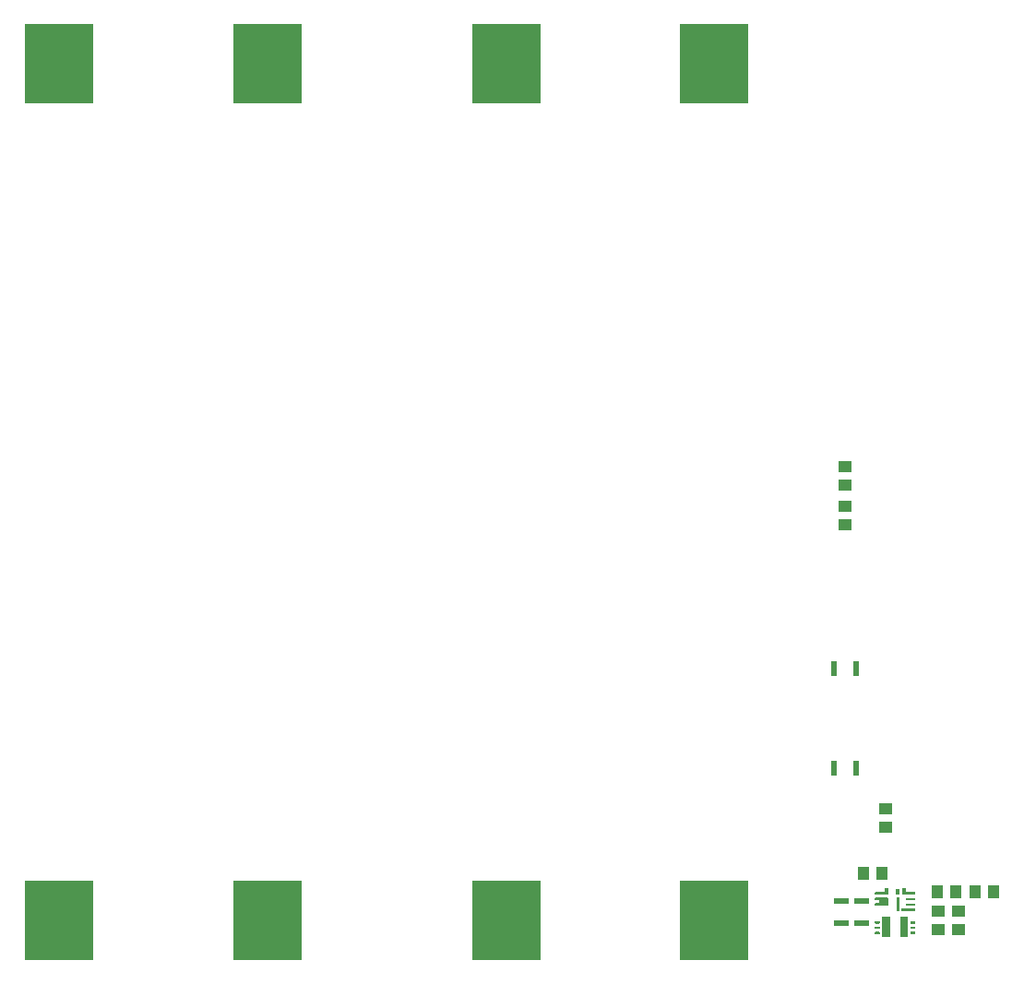
<source format=gbp>
G04*
G04 #@! TF.GenerationSoftware,Altium Limited,Altium Designer,25.2.1 (25)*
G04*
G04 Layer_Color=128*
%FSLAX25Y25*%
%MOIN*%
G70*
G04*
G04 #@! TF.SameCoordinates,2F33FC32-E69D-4905-AB7C-0DFD41B7419D*
G04*
G04*
G04 #@! TF.FilePolarity,Positive*
G04*
G01*
G75*
%ADD26R,0.04700X0.04000*%
%ADD32R,0.05787X0.02441*%
%ADD33R,0.02441X0.05787*%
%ADD34R,0.04000X0.04700*%
G04:AMPARAMS|DCode=86|XSize=31.5mil|YSize=9.84mil|CornerRadius=1.97mil|HoleSize=0mil|Usage=FLASHONLY|Rotation=180.000|XOffset=0mil|YOffset=0mil|HoleType=Round|Shape=RoundedRectangle|*
%AMROUNDEDRECTD86*
21,1,0.03150,0.00591,0,0,180.0*
21,1,0.02756,0.00984,0,0,180.0*
1,1,0.00394,-0.01378,0.00295*
1,1,0.00394,0.01378,0.00295*
1,1,0.00394,0.01378,-0.00295*
1,1,0.00394,-0.01378,-0.00295*
%
%ADD86ROUNDEDRECTD86*%
G04:AMPARAMS|DCode=87|XSize=11.81mil|YSize=21.65mil|CornerRadius=1.95mil|HoleSize=0mil|Usage=FLASHONLY|Rotation=180.000|XOffset=0mil|YOffset=0mil|HoleType=Round|Shape=RoundedRectangle|*
%AMROUNDEDRECTD87*
21,1,0.01181,0.01776,0,0,180.0*
21,1,0.00791,0.02165,0,0,180.0*
1,1,0.00390,-0.00396,0.00888*
1,1,0.00390,0.00396,0.00888*
1,1,0.00390,0.00396,-0.00888*
1,1,0.00390,-0.00396,-0.00888*
%
%ADD87ROUNDEDRECTD87*%
%ADD88R,0.03150X0.00984*%
%ADD92R,0.25000X0.28898*%
G36*
X487173Y30173D02*
X487181D01*
X487193Y30169D01*
X487201D01*
X487213Y30165D01*
X487220Y30161D01*
X487232Y30158D01*
X487240Y30150D01*
X487248Y30146D01*
X487256Y30138D01*
X487264Y30134D01*
X487272Y30126D01*
X487280Y30118D01*
X487287Y30110D01*
X487295Y30102D01*
X487299Y30095D01*
X487307Y30087D01*
X487311Y30079D01*
X487319Y30071D01*
X487323Y30059D01*
X487327Y30051D01*
X487331Y30039D01*
Y30031D01*
X487335Y30020D01*
Y30012D01*
X487339Y30000D01*
Y29992D01*
Y29980D01*
Y29193D01*
Y29173D01*
X487343Y29154D01*
Y29130D01*
X487347Y29110D01*
X487350Y29091D01*
X487358Y29071D01*
X487366Y29051D01*
X487374Y29032D01*
X487382Y29016D01*
X487390Y28996D01*
X487402Y28980D01*
X487413Y28961D01*
X487425Y28945D01*
X487441Y28929D01*
X487453Y28913D01*
X487468Y28902D01*
X487484Y28886D01*
X487500Y28874D01*
X487520Y28862D01*
X487535Y28850D01*
X487555Y28842D01*
X487571Y28835D01*
X487591Y28827D01*
X487610Y28819D01*
X487630Y28811D01*
X487650Y28807D01*
X487669Y28803D01*
X487693D01*
X487713Y28799D01*
X490606D01*
X490618Y28795D01*
X490626D01*
X490638Y28791D01*
X490646D01*
X490658Y28787D01*
X490665Y28784D01*
X490677Y28780D01*
X490685Y28772D01*
X490693Y28768D01*
X490701Y28760D01*
X490709Y28756D01*
X490717Y28748D01*
X490724Y28740D01*
X490732Y28732D01*
X490740Y28724D01*
X490744Y28716D01*
X490752Y28709D01*
X490756Y28701D01*
X490764Y28693D01*
X490768Y28681D01*
X490772Y28673D01*
X490776Y28661D01*
Y28654D01*
X490779Y28642D01*
Y28634D01*
X490784Y28622D01*
Y28614D01*
Y28602D01*
Y28012D01*
Y28000D01*
Y27992D01*
X490779Y27980D01*
Y27972D01*
X490776Y27961D01*
Y27953D01*
X490772Y27941D01*
X490768Y27933D01*
X490764Y27921D01*
X490756Y27913D01*
X490752Y27905D01*
X490744Y27898D01*
X490740Y27890D01*
X490732Y27882D01*
X490724Y27874D01*
X490717Y27866D01*
X490709Y27858D01*
X490701Y27854D01*
X490693Y27847D01*
X490685Y27843D01*
X490677Y27835D01*
X490665Y27831D01*
X490658Y27827D01*
X490646Y27823D01*
X490638D01*
X490626Y27819D01*
X490618D01*
X490606Y27815D01*
X486138D01*
X486126Y27819D01*
X486118D01*
X486106Y27823D01*
X486098D01*
X486087Y27827D01*
X486079Y27831D01*
X486067Y27835D01*
X486059Y27843D01*
X486051Y27847D01*
X486043Y27854D01*
X486035Y27858D01*
X486028Y27866D01*
X486020Y27874D01*
X486012Y27882D01*
X486004Y27890D01*
X486000Y27898D01*
X485992Y27905D01*
X485988Y27913D01*
X485980Y27921D01*
X485976Y27933D01*
X485972Y27941D01*
X485968Y27953D01*
Y27961D01*
X485965Y27972D01*
Y27980D01*
X485961Y27992D01*
Y28000D01*
Y28012D01*
Y29980D01*
Y29992D01*
Y30000D01*
X485965Y30012D01*
Y30020D01*
X485968Y30031D01*
Y30039D01*
X485972Y30051D01*
X485976Y30059D01*
X485980Y30071D01*
X485988Y30079D01*
X485992Y30087D01*
X486000Y30095D01*
X486004Y30102D01*
X486012Y30110D01*
X486020Y30118D01*
X486028Y30126D01*
X486035Y30134D01*
X486043Y30138D01*
X486051Y30146D01*
X486059Y30150D01*
X486067Y30158D01*
X486079Y30161D01*
X486087Y30165D01*
X486098Y30169D01*
X486106D01*
X486118Y30173D01*
X486126D01*
X486138Y30177D01*
X487161D01*
X487173Y30173D01*
D02*
G37*
G36*
X480874D02*
X480882D01*
X480894Y30169D01*
X480902D01*
X480913Y30165D01*
X480921Y30161D01*
X480933Y30158D01*
X480941Y30150D01*
X480949Y30146D01*
X480957Y30138D01*
X480965Y30134D01*
X480972Y30126D01*
X480980Y30118D01*
X480988Y30110D01*
X480996Y30102D01*
X481000Y30095D01*
X481008Y30087D01*
X481012Y30079D01*
X481020Y30071D01*
X481024Y30059D01*
X481028Y30051D01*
X481032Y30039D01*
Y30031D01*
X481035Y30020D01*
Y30012D01*
X481039Y30000D01*
Y29992D01*
Y29980D01*
Y28012D01*
Y28000D01*
Y27992D01*
X481035Y27980D01*
Y27972D01*
X481032Y27961D01*
Y27953D01*
X481028Y27941D01*
X481024Y27933D01*
X481020Y27921D01*
X481012Y27913D01*
X481008Y27905D01*
X481000Y27898D01*
X480996Y27890D01*
X480988Y27882D01*
X480980Y27874D01*
X480972Y27866D01*
X480965Y27858D01*
X480957Y27854D01*
X480949Y27847D01*
X480941Y27843D01*
X480933Y27835D01*
X480921Y27831D01*
X480913Y27827D01*
X480902Y27823D01*
X480894D01*
X480882Y27819D01*
X480874D01*
X480862Y27815D01*
X476394D01*
X476382Y27819D01*
X476374D01*
X476362Y27823D01*
X476354D01*
X476342Y27827D01*
X476335Y27831D01*
X476323Y27835D01*
X476315Y27843D01*
X476307Y27847D01*
X476299Y27854D01*
X476291Y27858D01*
X476284Y27866D01*
X476276Y27874D01*
X476268Y27882D01*
X476260Y27890D01*
X476256Y27898D01*
X476248Y27905D01*
X476244Y27913D01*
X476236Y27921D01*
X476232Y27933D01*
X476228Y27941D01*
X476224Y27953D01*
Y27961D01*
X476221Y27972D01*
Y27980D01*
X476217Y27992D01*
Y28000D01*
Y28012D01*
Y28602D01*
Y28614D01*
Y28622D01*
X476221Y28634D01*
Y28642D01*
X476224Y28654D01*
Y28661D01*
X476228Y28673D01*
X476232Y28681D01*
X476236Y28693D01*
X476244Y28701D01*
X476248Y28709D01*
X476256Y28716D01*
X476260Y28724D01*
X476268Y28732D01*
X476276Y28740D01*
X476284Y28748D01*
X476291Y28756D01*
X476299Y28760D01*
X476307Y28768D01*
X476315Y28772D01*
X476323Y28780D01*
X476335Y28784D01*
X476342Y28787D01*
X476354Y28791D01*
X476362D01*
X476374Y28795D01*
X476382D01*
X476394Y28799D01*
X479287D01*
X479307Y28803D01*
X479331D01*
X479350Y28807D01*
X479370Y28811D01*
X479390Y28819D01*
X479410Y28827D01*
X479429Y28835D01*
X479445Y28842D01*
X479465Y28850D01*
X479480Y28862D01*
X479500Y28874D01*
X479516Y28886D01*
X479531Y28902D01*
X479547Y28913D01*
X479559Y28929D01*
X479575Y28945D01*
X479587Y28961D01*
X479598Y28980D01*
X479610Y28996D01*
X479618Y29016D01*
X479626Y29032D01*
X479634Y29051D01*
X479642Y29071D01*
X479650Y29091D01*
X479654Y29110D01*
X479658Y29130D01*
Y29154D01*
X479661Y29173D01*
Y29193D01*
Y29980D01*
Y29992D01*
Y30000D01*
X479665Y30012D01*
Y30020D01*
X479669Y30031D01*
Y30039D01*
X479673Y30051D01*
X479677Y30059D01*
X479681Y30071D01*
X479689Y30079D01*
X479693Y30087D01*
X479701Y30095D01*
X479705Y30102D01*
X479713Y30110D01*
X479720Y30118D01*
X479728Y30126D01*
X479736Y30134D01*
X479744Y30138D01*
X479752Y30146D01*
X479760Y30150D01*
X479768Y30158D01*
X479779Y30161D01*
X479787Y30165D01*
X479799Y30169D01*
X479807D01*
X479819Y30173D01*
X479827D01*
X479839Y30177D01*
X480862D01*
X480874Y30173D01*
D02*
G37*
G36*
X480776Y26827D02*
X480784D01*
X480795Y26823D01*
X480803D01*
X480815Y26819D01*
X480823Y26815D01*
X480835Y26811D01*
X480842Y26803D01*
X480850Y26799D01*
X480858Y26791D01*
X480866Y26787D01*
X480874Y26779D01*
X480882Y26772D01*
X480890Y26764D01*
X480898Y26756D01*
X480902Y26748D01*
X480909Y26740D01*
X480913Y26732D01*
X480921Y26724D01*
X480925Y26713D01*
X480929Y26705D01*
X480933Y26693D01*
Y26685D01*
X480937Y26673D01*
Y26665D01*
X480941Y26654D01*
Y26646D01*
Y26634D01*
Y24075D01*
Y24063D01*
Y24055D01*
X480937Y24043D01*
Y24035D01*
X480933Y24024D01*
Y24016D01*
X480929Y24004D01*
X480925Y23996D01*
X480921Y23984D01*
X480913Y23976D01*
X480909Y23968D01*
X480902Y23961D01*
X480898Y23953D01*
X480890Y23945D01*
X480882Y23937D01*
X480874Y23929D01*
X480866Y23921D01*
X480858Y23917D01*
X480850Y23910D01*
X480842Y23905D01*
X480835Y23898D01*
X480823Y23894D01*
X480815Y23890D01*
X480803Y23886D01*
X480795D01*
X480784Y23882D01*
X480776D01*
X480764Y23878D01*
X476394D01*
X476382Y23882D01*
X476374D01*
X476362Y23886D01*
X476354D01*
X476342Y23890D01*
X476335Y23894D01*
X476323Y23898D01*
X476315Y23905D01*
X476307Y23910D01*
X476299Y23917D01*
X476291Y23921D01*
X476284Y23929D01*
X476276Y23937D01*
X476268Y23945D01*
X476260Y23953D01*
X476256Y23961D01*
X476248Y23968D01*
X476244Y23976D01*
X476236Y23984D01*
X476232Y23996D01*
X476228Y24004D01*
X476224Y24016D01*
Y24024D01*
X476221Y24035D01*
Y24043D01*
X476217Y24055D01*
Y24063D01*
Y24075D01*
Y24665D01*
Y24677D01*
Y24685D01*
X476221Y24697D01*
Y24705D01*
X476224Y24716D01*
Y24724D01*
X476228Y24736D01*
X476232Y24744D01*
X476236Y24756D01*
X476244Y24764D01*
X476248Y24772D01*
X476256Y24780D01*
X476260Y24787D01*
X476268Y24795D01*
X476276Y24803D01*
X476284Y24811D01*
X476291Y24819D01*
X476299Y24823D01*
X476307Y24831D01*
X476315Y24835D01*
X476323Y24843D01*
X476335Y24847D01*
X476342Y24850D01*
X476354Y24854D01*
X476362D01*
X476374Y24858D01*
X476382D01*
X476394Y24862D01*
X477614D01*
X477626Y24866D01*
X477634D01*
X477646Y24870D01*
X477654D01*
X477665Y24874D01*
X477673Y24878D01*
X477685Y24882D01*
X477693Y24890D01*
X477701Y24894D01*
X477709Y24902D01*
X477716Y24905D01*
X477724Y24913D01*
X477732Y24921D01*
X477740Y24929D01*
X477748Y24937D01*
X477752Y24945D01*
X477760Y24953D01*
X477764Y24961D01*
X477772Y24969D01*
X477776Y24980D01*
X477779Y24988D01*
X477783Y25000D01*
Y25008D01*
X477787Y25020D01*
Y25028D01*
X477791Y25039D01*
Y25047D01*
Y25059D01*
Y25650D01*
Y25661D01*
Y25669D01*
X477787Y25681D01*
Y25689D01*
X477783Y25701D01*
Y25709D01*
X477779Y25721D01*
X477776Y25728D01*
X477772Y25740D01*
X477764Y25748D01*
X477760Y25756D01*
X477752Y25764D01*
X477748Y25772D01*
X477740Y25780D01*
X477732Y25787D01*
X477724Y25795D01*
X477716Y25803D01*
X477709Y25807D01*
X477701Y25815D01*
X477693Y25819D01*
X477685Y25827D01*
X477673Y25831D01*
X477665Y25835D01*
X477654Y25839D01*
X477646D01*
X477634Y25842D01*
X477626D01*
X477614Y25846D01*
X476394D01*
X476382Y25850D01*
X476374D01*
X476362Y25854D01*
X476354D01*
X476342Y25858D01*
X476335Y25862D01*
X476323Y25866D01*
X476315Y25874D01*
X476307Y25878D01*
X476299Y25886D01*
X476291Y25890D01*
X476284Y25898D01*
X476276Y25905D01*
X476268Y25913D01*
X476260Y25921D01*
X476256Y25929D01*
X476248Y25937D01*
X476244Y25945D01*
X476236Y25953D01*
X476232Y25965D01*
X476228Y25972D01*
X476224Y25984D01*
Y25992D01*
X476221Y26004D01*
Y26012D01*
X476217Y26024D01*
Y26032D01*
Y26043D01*
Y26634D01*
Y26646D01*
Y26654D01*
X476221Y26665D01*
Y26673D01*
X476224Y26685D01*
Y26693D01*
X476228Y26705D01*
X476232Y26713D01*
X476236Y26724D01*
X476244Y26732D01*
X476248Y26740D01*
X476256Y26748D01*
X476260Y26756D01*
X476268Y26764D01*
X476276Y26772D01*
X476284Y26779D01*
X476291Y26787D01*
X476299Y26791D01*
X476307Y26799D01*
X476315Y26803D01*
X476323Y26811D01*
X476335Y26815D01*
X476342Y26819D01*
X476354Y26823D01*
X476362D01*
X476374Y26827D01*
X476382D01*
X476394Y26831D01*
X480764D01*
X480776Y26827D01*
D02*
G37*
G36*
X490598Y22894D02*
X490618D01*
X490626Y22890D01*
X490638D01*
X490646Y22886D01*
X490658Y22882D01*
X490665Y22878D01*
X490677Y22874D01*
X490685Y22870D01*
X490693Y22862D01*
X490701Y22858D01*
X490709Y22850D01*
X490717Y22847D01*
X490724Y22839D01*
X490732Y22831D01*
X490740Y22823D01*
X490744Y22815D01*
X490752Y22807D01*
X490756Y22799D01*
X490764Y22787D01*
X490768Y22780D01*
X490772Y22768D01*
X490776Y22760D01*
Y22748D01*
X490779Y22740D01*
Y22728D01*
X490784Y22720D01*
Y22709D01*
Y22697D01*
Y22012D01*
Y22000D01*
Y21988D01*
X490779Y21980D01*
Y21969D01*
X490776Y21961D01*
Y21949D01*
X490772Y21941D01*
X490768Y21929D01*
X490764Y21921D01*
X490756Y21913D01*
X490752Y21902D01*
X490744Y21894D01*
X490740Y21886D01*
X490732Y21878D01*
X490724Y21870D01*
X490717Y21862D01*
X490709Y21858D01*
X490701Y21850D01*
X490693Y21847D01*
X490685Y21839D01*
X490677Y21835D01*
X490665Y21831D01*
X490658Y21827D01*
X490646Y21823D01*
X490638Y21819D01*
X490626D01*
X490618Y21815D01*
X485929D01*
X485921Y21819D01*
X485910D01*
X485902Y21823D01*
X485890Y21827D01*
X485882Y21831D01*
X485870Y21835D01*
X485862Y21839D01*
X485854Y21847D01*
X485847Y21850D01*
X485839Y21858D01*
X485831Y21862D01*
X485823Y21870D01*
X485815Y21878D01*
X485807Y21886D01*
X485803Y21894D01*
X485795Y21902D01*
X485791Y21913D01*
X485783Y21921D01*
X485779Y21929D01*
X485776Y21941D01*
X485772Y21949D01*
Y21961D01*
X485768Y21969D01*
Y21980D01*
X485764Y21988D01*
Y22000D01*
Y22010D01*
Y22012D01*
Y22697D01*
Y22709D01*
Y22720D01*
X485768Y22728D01*
Y22740D01*
X485772Y22748D01*
Y22760D01*
X485776Y22768D01*
X485779Y22780D01*
X485783Y22787D01*
X485791Y22799D01*
X485795Y22807D01*
X485803Y22815D01*
X485807Y22823D01*
X485815Y22831D01*
X485823Y22839D01*
X485831Y22847D01*
X485839Y22850D01*
X485847Y22858D01*
X485854Y22862D01*
X485862Y22870D01*
X485870Y22874D01*
X485882Y22878D01*
X485890Y22882D01*
X485902Y22886D01*
X485910Y22890D01*
X485921D01*
X485929Y22894D01*
X485949D01*
X485961Y22898D01*
X490587D01*
X490598Y22894D01*
D02*
G37*
G36*
X484811Y27024D02*
X484819D01*
X484831Y27020D01*
X484839D01*
X484850Y27016D01*
X484858Y27012D01*
X484870Y27008D01*
X484878Y27000D01*
X484886Y26996D01*
X484894Y26988D01*
X484902Y26984D01*
X484909Y26976D01*
X484917Y26969D01*
X484925Y26961D01*
X484933Y26953D01*
X484937Y26945D01*
X484945Y26937D01*
X484949Y26929D01*
X484957Y26921D01*
X484961Y26909D01*
X484965Y26902D01*
X484969Y26890D01*
Y26882D01*
X484972Y26870D01*
Y26862D01*
X484976Y26850D01*
Y26842D01*
Y26831D01*
Y22008D01*
Y21996D01*
Y21988D01*
X484972Y21976D01*
Y21969D01*
X484969Y21957D01*
Y21949D01*
X484965Y21937D01*
X484961Y21929D01*
X484957Y21917D01*
X484949Y21910D01*
X484945Y21902D01*
X484937Y21894D01*
X484933Y21886D01*
X484925Y21878D01*
X484917Y21870D01*
X484909Y21862D01*
X484902Y21854D01*
X484894Y21850D01*
X484886Y21843D01*
X484878Y21839D01*
X484870Y21831D01*
X484858Y21827D01*
X484850Y21823D01*
X484839Y21819D01*
X484831D01*
X484819Y21815D01*
X484811D01*
X484799Y21811D01*
X484169D01*
X484158Y21815D01*
X484150D01*
X484138Y21819D01*
X484130D01*
X484118Y21823D01*
X484110Y21827D01*
X484098Y21831D01*
X484091Y21839D01*
X484083Y21843D01*
X484075Y21850D01*
X484067Y21854D01*
X484059Y21862D01*
X484051Y21870D01*
X484043Y21878D01*
X484035Y21886D01*
X484031Y21894D01*
X484024Y21902D01*
X484020Y21910D01*
X484012Y21917D01*
X484008Y21929D01*
X484004Y21937D01*
X484000Y21949D01*
Y21957D01*
X483996Y21969D01*
Y21976D01*
X483992Y21988D01*
Y21996D01*
Y22008D01*
Y26831D01*
Y26842D01*
Y26850D01*
X483996Y26862D01*
Y26870D01*
X484000Y26882D01*
Y26890D01*
X484004Y26902D01*
X484008Y26909D01*
X484012Y26921D01*
X484020Y26929D01*
X484024Y26937D01*
X484031Y26945D01*
X484035Y26953D01*
X484043Y26961D01*
X484051Y26969D01*
X484059Y26976D01*
X484067Y26984D01*
X484075Y26988D01*
X484083Y26996D01*
X484091Y27000D01*
X484098Y27008D01*
X484110Y27012D01*
X484118Y27016D01*
X484130Y27020D01*
X484138D01*
X484150Y27024D01*
X484158D01*
X484169Y27028D01*
X484799D01*
X484811Y27024D01*
D02*
G37*
G36*
X490618Y18402D02*
X490626D01*
X490638Y18398D01*
X490646D01*
X490658Y18394D01*
X490665Y18390D01*
X490677Y18386D01*
X490685Y18378D01*
X490693Y18374D01*
X490701Y18366D01*
X490709Y18362D01*
X490717Y18354D01*
X490724Y18347D01*
X490732Y18339D01*
X490740Y18331D01*
X490744Y18323D01*
X490752Y18315D01*
X490756Y18307D01*
X490764Y18299D01*
X490768Y18287D01*
X490772Y18280D01*
X490776Y18268D01*
Y18260D01*
X490779Y18248D01*
Y18240D01*
X490784Y18228D01*
Y18221D01*
Y18209D01*
Y17618D01*
Y17606D01*
Y17598D01*
X490779Y17587D01*
Y17579D01*
X490776Y17567D01*
Y17559D01*
X490772Y17547D01*
X490768Y17539D01*
X490764Y17528D01*
X490756Y17520D01*
X490752Y17512D01*
X490744Y17504D01*
X490740Y17496D01*
X490732Y17488D01*
X490724Y17480D01*
X490717Y17472D01*
X490709Y17465D01*
X490701Y17461D01*
X490693Y17453D01*
X490685Y17449D01*
X490677Y17441D01*
X490665Y17437D01*
X490658Y17433D01*
X490646Y17429D01*
X490638D01*
X490626Y17425D01*
X490618D01*
X490606Y17421D01*
X489189D01*
X489177Y17425D01*
X489169D01*
X489157Y17429D01*
X489150D01*
X489138Y17433D01*
X489130Y17437D01*
X489118Y17441D01*
X489110Y17449D01*
X489102Y17453D01*
X489094Y17461D01*
X489087Y17465D01*
X489079Y17472D01*
X489071Y17480D01*
X489063Y17488D01*
X489055Y17496D01*
X489051Y17504D01*
X489043Y17512D01*
X489039Y17520D01*
X489032Y17528D01*
X489028Y17539D01*
X489024Y17547D01*
X489020Y17559D01*
Y17567D01*
X489016Y17579D01*
Y17587D01*
X489012Y17598D01*
Y17606D01*
Y17618D01*
Y18209D01*
Y18221D01*
Y18228D01*
X489016Y18240D01*
Y18248D01*
X489020Y18260D01*
Y18268D01*
X489024Y18280D01*
X489028Y18287D01*
X489032Y18299D01*
X489039Y18307D01*
X489043Y18315D01*
X489051Y18323D01*
X489055Y18331D01*
X489063Y18339D01*
X489071Y18347D01*
X489079Y18354D01*
X489087Y18362D01*
X489094Y18366D01*
X489102Y18374D01*
X489110Y18378D01*
X489118Y18386D01*
X489130Y18390D01*
X489138Y18394D01*
X489150Y18398D01*
X489157D01*
X489169Y18402D01*
X489177D01*
X489189Y18406D01*
X490606D01*
X490618Y18402D01*
D02*
G37*
G36*
X477823D02*
X477831D01*
X477843Y18398D01*
X477850D01*
X477862Y18394D01*
X477870Y18390D01*
X477882Y18386D01*
X477890Y18378D01*
X477898Y18374D01*
X477906Y18366D01*
X477913Y18362D01*
X477921Y18354D01*
X477929Y18347D01*
X477937Y18339D01*
X477945Y18331D01*
X477949Y18323D01*
X477957Y18315D01*
X477961Y18307D01*
X477969Y18299D01*
X477972Y18287D01*
X477976Y18280D01*
X477980Y18268D01*
Y18260D01*
X477984Y18248D01*
Y18240D01*
X477988Y18228D01*
Y18221D01*
Y18209D01*
Y17618D01*
Y17606D01*
Y17598D01*
X477984Y17587D01*
Y17579D01*
X477980Y17567D01*
Y17559D01*
X477976Y17547D01*
X477972Y17539D01*
X477969Y17528D01*
X477961Y17520D01*
X477957Y17512D01*
X477949Y17504D01*
X477945Y17496D01*
X477937Y17488D01*
X477929Y17480D01*
X477921Y17472D01*
X477913Y17465D01*
X477906Y17461D01*
X477898Y17453D01*
X477890Y17449D01*
X477882Y17441D01*
X477870Y17437D01*
X477862Y17433D01*
X477850Y17429D01*
X477843D01*
X477831Y17425D01*
X477823D01*
X477811Y17421D01*
X476394D01*
X476382Y17425D01*
X476374D01*
X476362Y17429D01*
X476354D01*
X476342Y17433D01*
X476335Y17437D01*
X476323Y17441D01*
X476315Y17449D01*
X476307Y17453D01*
X476299Y17461D01*
X476291Y17465D01*
X476284Y17472D01*
X476276Y17480D01*
X476268Y17488D01*
X476260Y17496D01*
X476256Y17504D01*
X476248Y17512D01*
X476244Y17520D01*
X476236Y17528D01*
X476232Y17539D01*
X476228Y17547D01*
X476224Y17559D01*
Y17567D01*
X476221Y17579D01*
Y17587D01*
X476217Y17598D01*
Y17606D01*
Y17618D01*
Y18209D01*
Y18221D01*
Y18228D01*
X476221Y18240D01*
Y18248D01*
X476224Y18260D01*
Y18268D01*
X476228Y18280D01*
X476232Y18287D01*
X476236Y18299D01*
X476244Y18307D01*
X476248Y18315D01*
X476256Y18323D01*
X476260Y18331D01*
X476268Y18339D01*
X476276Y18347D01*
X476284Y18354D01*
X476291Y18362D01*
X476299Y18366D01*
X476307Y18374D01*
X476315Y18378D01*
X476323Y18386D01*
X476335Y18390D01*
X476342Y18394D01*
X476354Y18398D01*
X476362D01*
X476374Y18402D01*
X476382D01*
X476394Y18406D01*
X477811D01*
X477823Y18402D01*
D02*
G37*
G36*
X490618Y16433D02*
X490626D01*
X490638Y16429D01*
X490646D01*
X490658Y16425D01*
X490665Y16421D01*
X490677Y16417D01*
X490685Y16409D01*
X490693Y16406D01*
X490701Y16398D01*
X490709Y16394D01*
X490717Y16386D01*
X490724Y16378D01*
X490732Y16370D01*
X490740Y16362D01*
X490744Y16354D01*
X490752Y16346D01*
X490756Y16339D01*
X490764Y16331D01*
X490768Y16319D01*
X490772Y16311D01*
X490776Y16299D01*
Y16291D01*
X490779Y16280D01*
Y16272D01*
X490784Y16260D01*
Y16252D01*
Y16240D01*
Y15650D01*
Y15638D01*
Y15630D01*
X490779Y15618D01*
Y15610D01*
X490776Y15598D01*
Y15591D01*
X490772Y15579D01*
X490768Y15571D01*
X490764Y15559D01*
X490756Y15551D01*
X490752Y15543D01*
X490744Y15535D01*
X490740Y15528D01*
X490732Y15520D01*
X490724Y15512D01*
X490717Y15504D01*
X490709Y15496D01*
X490701Y15492D01*
X490693Y15484D01*
X490685Y15480D01*
X490677Y15472D01*
X490665Y15469D01*
X490658Y15465D01*
X490646Y15461D01*
X490638D01*
X490626Y15457D01*
X490618D01*
X490606Y15453D01*
X489189D01*
X489177Y15457D01*
X489169D01*
X489157Y15461D01*
X489150D01*
X489138Y15465D01*
X489130Y15469D01*
X489118Y15472D01*
X489110Y15480D01*
X489102Y15484D01*
X489094Y15492D01*
X489087Y15496D01*
X489079Y15504D01*
X489071Y15512D01*
X489063Y15520D01*
X489055Y15528D01*
X489051Y15535D01*
X489043Y15543D01*
X489039Y15551D01*
X489032Y15559D01*
X489028Y15571D01*
X489024Y15579D01*
X489020Y15591D01*
Y15598D01*
X489016Y15610D01*
Y15618D01*
X489012Y15630D01*
Y15638D01*
Y15650D01*
Y16240D01*
Y16252D01*
Y16260D01*
X489016Y16272D01*
Y16280D01*
X489020Y16291D01*
Y16299D01*
X489024Y16311D01*
X489028Y16319D01*
X489032Y16331D01*
X489039Y16339D01*
X489043Y16346D01*
X489051Y16354D01*
X489055Y16362D01*
X489063Y16370D01*
X489071Y16378D01*
X489079Y16386D01*
X489087Y16394D01*
X489094Y16398D01*
X489102Y16406D01*
X489110Y16409D01*
X489118Y16417D01*
X489130Y16421D01*
X489138Y16425D01*
X489150Y16429D01*
X489157D01*
X489169Y16433D01*
X489177D01*
X489189Y16437D01*
X490606D01*
X490618Y16433D01*
D02*
G37*
G36*
X477823D02*
X477831D01*
X477843Y16429D01*
X477850D01*
X477862Y16425D01*
X477870Y16421D01*
X477882Y16417D01*
X477890Y16409D01*
X477898Y16406D01*
X477906Y16398D01*
X477913Y16394D01*
X477921Y16386D01*
X477929Y16378D01*
X477937Y16370D01*
X477945Y16362D01*
X477949Y16354D01*
X477957Y16346D01*
X477961Y16339D01*
X477969Y16331D01*
X477972Y16319D01*
X477976Y16311D01*
X477980Y16299D01*
Y16291D01*
X477984Y16280D01*
Y16272D01*
X477988Y16260D01*
Y16252D01*
Y16240D01*
Y15650D01*
Y15638D01*
Y15630D01*
X477984Y15618D01*
Y15610D01*
X477980Y15598D01*
Y15591D01*
X477976Y15579D01*
X477972Y15571D01*
X477969Y15559D01*
X477961Y15551D01*
X477957Y15543D01*
X477949Y15535D01*
X477945Y15528D01*
X477937Y15520D01*
X477929Y15512D01*
X477921Y15504D01*
X477913Y15496D01*
X477906Y15492D01*
X477898Y15484D01*
X477890Y15480D01*
X477882Y15472D01*
X477870Y15469D01*
X477862Y15465D01*
X477850Y15461D01*
X477843D01*
X477831Y15457D01*
X477823D01*
X477811Y15453D01*
X476394D01*
X476382Y15457D01*
X476374D01*
X476362Y15461D01*
X476354D01*
X476342Y15465D01*
X476335Y15469D01*
X476323Y15472D01*
X476315Y15480D01*
X476307Y15484D01*
X476299Y15492D01*
X476291Y15496D01*
X476284Y15504D01*
X476276Y15512D01*
X476268Y15520D01*
X476260Y15528D01*
X476256Y15535D01*
X476248Y15543D01*
X476244Y15551D01*
X476236Y15559D01*
X476232Y15571D01*
X476228Y15579D01*
X476224Y15591D01*
Y15598D01*
X476221Y15610D01*
Y15618D01*
X476217Y15630D01*
Y15638D01*
Y15650D01*
Y16240D01*
Y16252D01*
Y16260D01*
X476221Y16272D01*
Y16280D01*
X476224Y16291D01*
Y16299D01*
X476228Y16311D01*
X476232Y16319D01*
X476236Y16331D01*
X476244Y16339D01*
X476248Y16346D01*
X476256Y16354D01*
X476260Y16362D01*
X476268Y16370D01*
X476276Y16378D01*
X476284Y16386D01*
X476291Y16394D01*
X476299Y16398D01*
X476307Y16406D01*
X476315Y16409D01*
X476323Y16417D01*
X476335Y16421D01*
X476342Y16425D01*
X476354Y16429D01*
X476362D01*
X476374Y16433D01*
X476382D01*
X476394Y16437D01*
X477811D01*
X477823Y16433D01*
D02*
G37*
G36*
X490618Y14465D02*
X490626D01*
X490638Y14461D01*
X490646D01*
X490658Y14457D01*
X490665Y14453D01*
X490677Y14449D01*
X490685Y14441D01*
X490693Y14437D01*
X490701Y14429D01*
X490709Y14425D01*
X490717Y14417D01*
X490724Y14410D01*
X490732Y14402D01*
X490740Y14394D01*
X490744Y14386D01*
X490752Y14378D01*
X490756Y14370D01*
X490764Y14362D01*
X490768Y14350D01*
X490772Y14343D01*
X490776Y14331D01*
Y14323D01*
X490779Y14311D01*
Y14303D01*
X490784Y14291D01*
Y14284D01*
Y14272D01*
Y13681D01*
Y13669D01*
Y13661D01*
X490779Y13650D01*
Y13642D01*
X490776Y13630D01*
Y13622D01*
X490772Y13610D01*
X490768Y13602D01*
X490764Y13591D01*
X490756Y13583D01*
X490752Y13575D01*
X490744Y13567D01*
X490740Y13559D01*
X490732Y13551D01*
X490724Y13543D01*
X490717Y13535D01*
X490709Y13528D01*
X490701Y13524D01*
X490693Y13516D01*
X490685Y13512D01*
X490677Y13504D01*
X490665Y13500D01*
X490658Y13496D01*
X490646Y13492D01*
X490638D01*
X490626Y13488D01*
X490618D01*
X490606Y13484D01*
X489189D01*
X489177Y13488D01*
X489169D01*
X489157Y13492D01*
X489150D01*
X489138Y13496D01*
X489130Y13500D01*
X489118Y13504D01*
X489110Y13512D01*
X489102Y13516D01*
X489094Y13524D01*
X489087Y13528D01*
X489079Y13535D01*
X489071Y13543D01*
X489063Y13551D01*
X489055Y13559D01*
X489051Y13567D01*
X489043Y13575D01*
X489039Y13583D01*
X489032Y13591D01*
X489028Y13602D01*
X489024Y13610D01*
X489020Y13622D01*
Y13630D01*
X489016Y13642D01*
Y13650D01*
X489012Y13661D01*
Y13669D01*
Y13681D01*
Y14272D01*
Y14284D01*
Y14291D01*
X489016Y14303D01*
Y14311D01*
X489020Y14323D01*
Y14331D01*
X489024Y14343D01*
X489028Y14350D01*
X489032Y14362D01*
X489039Y14370D01*
X489043Y14378D01*
X489051Y14386D01*
X489055Y14394D01*
X489063Y14402D01*
X489071Y14410D01*
X489079Y14417D01*
X489087Y14425D01*
X489094Y14429D01*
X489102Y14437D01*
X489110Y14441D01*
X489118Y14449D01*
X489130Y14453D01*
X489138Y14457D01*
X489150Y14461D01*
X489157D01*
X489169Y14465D01*
X489177D01*
X489189Y14469D01*
X490606D01*
X490618Y14465D01*
D02*
G37*
G36*
X477823D02*
X477831D01*
X477843Y14461D01*
X477850D01*
X477862Y14457D01*
X477870Y14453D01*
X477882Y14449D01*
X477890Y14441D01*
X477898Y14437D01*
X477906Y14429D01*
X477913Y14425D01*
X477921Y14417D01*
X477929Y14410D01*
X477937Y14402D01*
X477945Y14394D01*
X477949Y14386D01*
X477957Y14378D01*
X477961Y14370D01*
X477969Y14362D01*
X477972Y14350D01*
X477976Y14343D01*
X477980Y14331D01*
Y14323D01*
X477984Y14311D01*
Y14303D01*
X477988Y14291D01*
Y14284D01*
Y14272D01*
Y13681D01*
Y13669D01*
Y13661D01*
X477984Y13650D01*
Y13642D01*
X477980Y13630D01*
Y13622D01*
X477976Y13610D01*
X477972Y13602D01*
X477969Y13591D01*
X477961Y13583D01*
X477957Y13575D01*
X477949Y13567D01*
X477945Y13559D01*
X477937Y13551D01*
X477929Y13543D01*
X477921Y13535D01*
X477913Y13528D01*
X477906Y13524D01*
X477898Y13516D01*
X477890Y13512D01*
X477882Y13504D01*
X477870Y13500D01*
X477862Y13496D01*
X477850Y13492D01*
X477843D01*
X477831Y13488D01*
X477823D01*
X477811Y13484D01*
X476394D01*
X476382Y13488D01*
X476374D01*
X476362Y13492D01*
X476354D01*
X476342Y13496D01*
X476335Y13500D01*
X476323Y13504D01*
X476315Y13512D01*
X476307Y13516D01*
X476299Y13524D01*
X476291Y13528D01*
X476284Y13535D01*
X476276Y13543D01*
X476268Y13551D01*
X476260Y13559D01*
X476256Y13567D01*
X476248Y13575D01*
X476244Y13583D01*
X476236Y13591D01*
X476232Y13602D01*
X476228Y13610D01*
X476224Y13622D01*
Y13630D01*
X476221Y13642D01*
Y13650D01*
X476217Y13661D01*
Y13669D01*
Y13681D01*
Y14272D01*
Y14284D01*
Y14291D01*
X476221Y14303D01*
Y14311D01*
X476224Y14323D01*
Y14331D01*
X476228Y14343D01*
X476232Y14350D01*
X476236Y14362D01*
X476244Y14370D01*
X476248Y14378D01*
X476256Y14386D01*
X476260Y14394D01*
X476268Y14402D01*
X476276Y14410D01*
X476284Y14417D01*
X476291Y14425D01*
X476299Y14429D01*
X476307Y14437D01*
X476315Y14441D01*
X476323Y14449D01*
X476335Y14453D01*
X476342Y14457D01*
X476354Y14461D01*
X476362D01*
X476374Y14465D01*
X476382D01*
X476394Y14469D01*
X477811D01*
X477823Y14465D01*
D02*
G37*
G36*
X488059Y19925D02*
X488071D01*
X488079Y19921D01*
X488091D01*
X488098Y19917D01*
X488110Y19913D01*
X488118Y19909D01*
X488126Y19902D01*
X488138Y19898D01*
X488146Y19890D01*
X488154Y19886D01*
X488161Y19878D01*
X488169Y19870D01*
X488177Y19862D01*
X488181Y19854D01*
X488189Y19847D01*
X488193Y19839D01*
X488201Y19831D01*
X488205Y19823D01*
X488209Y19811D01*
X488213Y19803D01*
X488216Y19791D01*
X488221Y19783D01*
Y19772D01*
X488224Y19764D01*
Y19752D01*
Y19744D01*
Y19732D01*
Y12764D01*
Y12752D01*
Y12744D01*
Y12732D01*
X488221Y12724D01*
Y12713D01*
X488216Y12705D01*
X488213Y12693D01*
X488209Y12685D01*
X488205Y12673D01*
X488201Y12665D01*
X488193Y12657D01*
X488189Y12650D01*
X488181Y12642D01*
X488177Y12634D01*
X488169Y12626D01*
X488161Y12618D01*
X488154Y12610D01*
X488146Y12606D01*
X488138Y12598D01*
X488126Y12595D01*
X488118Y12587D01*
X488110Y12583D01*
X488098Y12579D01*
X488091Y12575D01*
X488079D01*
X488071Y12571D01*
X488059D01*
X488051Y12567D01*
X485547D01*
X485539Y12571D01*
X485528D01*
X485520Y12575D01*
X485508D01*
X485500Y12579D01*
X485488Y12583D01*
X485480Y12587D01*
X485468Y12595D01*
X485461Y12598D01*
X485453Y12606D01*
X485445Y12610D01*
X485437Y12618D01*
X485429Y12626D01*
X485421Y12634D01*
X485417Y12642D01*
X485409Y12650D01*
X485405Y12657D01*
X485398Y12665D01*
X485394Y12673D01*
X485390Y12685D01*
X485386Y12693D01*
X485382Y12705D01*
X485378Y12713D01*
Y12724D01*
X485374Y12732D01*
Y12744D01*
Y12752D01*
X485370Y12764D01*
X485372D01*
X485370Y19732D01*
X485374Y19744D01*
Y19752D01*
Y19764D01*
X485378Y19772D01*
Y19783D01*
X485382Y19791D01*
X485386Y19803D01*
X485390Y19811D01*
X485394Y19823D01*
X485398Y19831D01*
X485405Y19839D01*
X485409Y19847D01*
X485417Y19854D01*
X485421Y19862D01*
X485429Y19870D01*
X485437Y19878D01*
X485445Y19886D01*
X485453Y19890D01*
X485461Y19898D01*
X485468Y19902D01*
X485480Y19909D01*
X485488Y19913D01*
X485500Y19917D01*
X485508Y19921D01*
X485520D01*
X485528Y19925D01*
X485539D01*
X485547Y19929D01*
X488051D01*
X488059Y19925D01*
D02*
G37*
G36*
X481461D02*
X481472D01*
X481480Y19921D01*
X481492D01*
X481500Y19917D01*
X481512Y19913D01*
X481520Y19909D01*
X481531Y19902D01*
X481539Y19898D01*
X481547Y19890D01*
X481555Y19886D01*
X481563Y19878D01*
X481571Y19870D01*
X481579Y19862D01*
X481583Y19854D01*
X481591Y19847D01*
X481595Y19839D01*
X481602Y19831D01*
X481606Y19823D01*
X481610Y19811D01*
X481614Y19803D01*
X481618Y19791D01*
X481622Y19783D01*
Y19772D01*
X481626Y19764D01*
Y19752D01*
Y19744D01*
X481630Y19732D01*
X481628Y12764D01*
X481630D01*
X481626Y12752D01*
Y12744D01*
Y12732D01*
X481622Y12724D01*
Y12713D01*
X481618Y12705D01*
X481614Y12693D01*
X481610Y12685D01*
X481606Y12673D01*
X481602Y12665D01*
X481595Y12657D01*
X481591Y12650D01*
X481583Y12642D01*
X481579Y12634D01*
X481571Y12626D01*
X481563Y12618D01*
X481555Y12610D01*
X481547Y12606D01*
X481539Y12598D01*
X481531Y12595D01*
X481520Y12587D01*
X481512Y12583D01*
X481500Y12579D01*
X481492Y12575D01*
X481480D01*
X481472Y12571D01*
X481461D01*
X481453Y12567D01*
X478949D01*
X478941Y12571D01*
X478929D01*
X478921Y12575D01*
X478909D01*
X478902Y12579D01*
X478890Y12583D01*
X478882Y12587D01*
X478874Y12595D01*
X478862Y12598D01*
X478854Y12606D01*
X478847Y12610D01*
X478839Y12618D01*
X478831Y12626D01*
X478823Y12634D01*
X478819Y12642D01*
X478811Y12650D01*
X478807Y12657D01*
X478799Y12665D01*
X478795Y12673D01*
X478791Y12685D01*
X478787Y12693D01*
X478784Y12705D01*
X478780Y12713D01*
Y12724D01*
X478776Y12732D01*
Y12744D01*
Y12752D01*
Y12764D01*
Y19732D01*
Y19744D01*
Y19752D01*
Y19764D01*
X478780Y19772D01*
Y19783D01*
X478784Y19791D01*
X478787Y19803D01*
X478791Y19811D01*
X478795Y19823D01*
X478799Y19831D01*
X478807Y19839D01*
X478811Y19847D01*
X478819Y19854D01*
X478823Y19862D01*
X478831Y19870D01*
X478839Y19878D01*
X478847Y19886D01*
X478854Y19890D01*
X478862Y19898D01*
X478874Y19902D01*
X478882Y19909D01*
X478890Y19913D01*
X478902Y19917D01*
X478909Y19921D01*
X478921D01*
X478929Y19925D01*
X478941D01*
X478949Y19929D01*
X481453D01*
X481461Y19925D01*
D02*
G37*
D26*
X506500Y21881D02*
D03*
Y15181D02*
D03*
X480000Y52182D02*
D03*
Y58881D02*
D03*
X499000Y21881D02*
D03*
Y15181D02*
D03*
X465500Y176031D02*
D03*
Y182731D02*
D03*
Y161681D02*
D03*
Y168382D02*
D03*
D32*
X471500Y25469D02*
D03*
Y17594D02*
D03*
X464000Y25469D02*
D03*
Y17594D02*
D03*
D33*
X469437Y109531D02*
D03*
X461563D02*
D03*
X469437Y73532D02*
D03*
X461563D02*
D03*
D34*
X472150Y35531D02*
D03*
X478850D02*
D03*
X505350Y29032D02*
D03*
X498650D02*
D03*
X519200D02*
D03*
X512500D02*
D03*
D86*
X489209Y24370D02*
D03*
Y26339D02*
D03*
D87*
X484386Y29094D02*
D03*
D88*
X488815Y22354D02*
D03*
D92*
X181382Y18689D02*
D03*
X256618D02*
D03*
X181382Y328374D02*
D03*
X256618D02*
D03*
X418236Y328217D02*
D03*
X343000D02*
D03*
X418236Y18531D02*
D03*
X343000D02*
D03*
M02*

</source>
